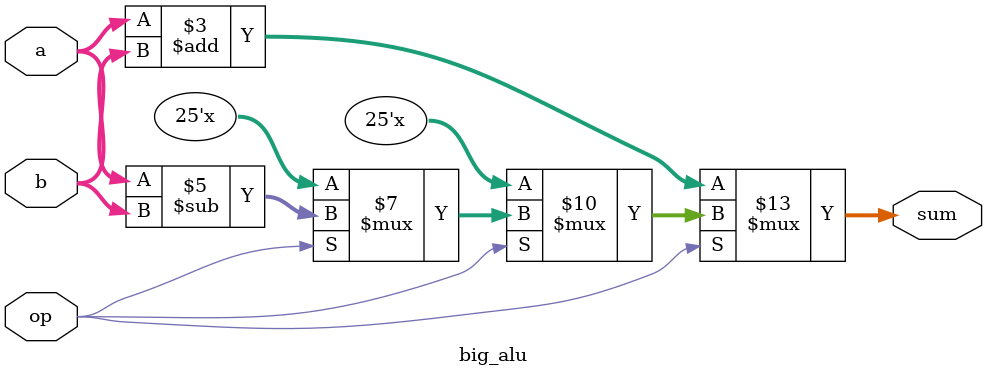
<source format=v>
module big_alu (
	input [24:0] a, 
	input [24:0] b, input op , output reg [24:0] sum);

always @(*) begin
	if(op == 0)
		sum = a + b;
	else if(op == 1)
		sum = a - b;
end
endmodule
</source>
